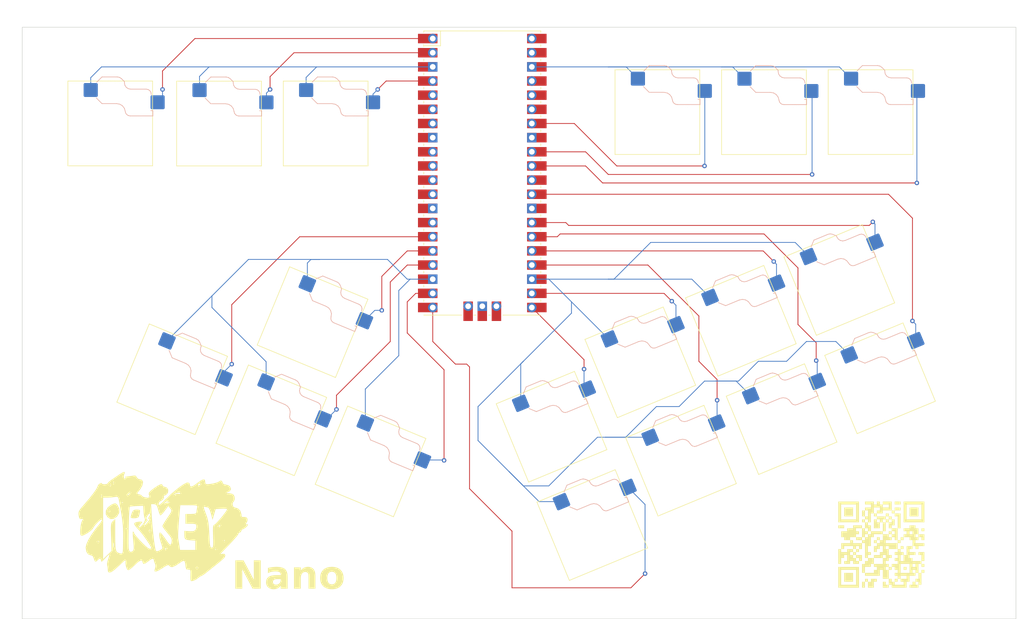
<source format=kicad_pcb>
(kicad_pcb (version 20221018) (generator pcbnew)
  (layers (0 "F.Cu" signal) (31 "B.Cu" signal) (34 "B.Paste" user) (35 "F.Paste" user) (36 "B.SilkS" user "B.Silkscreen") (37 "F.SilkS" user "F.Silkscreen") (38 "B.Mask" user) (39 "F.Mask" user) (44 "Edge.Cuts" user))
  (net 0 "")
  (footprint "PCM_Switch_Keyboard_Hotswap_Kailh:SW_Hotswap_Kailh_Choc_V1V2_1.00u" (layer "F.Cu") (at 159.18581 51.298)
    (fp_text reference "" hide)
    (fp_text value "KailhChocV1V2-Hotswap" hide)
    (pad "" np_thru_hole circle (at -5.5 0) (size 1.9 1.9) (drill 1.9) (layers "F&B.Cu" "*.Mask"))
    (pad "" np_thru_hole circle (at -5 5.15) (size 1.6 1.6) (drill 1.6) (layers "F&B.Cu" "*.Mask"))
    (pad "" np_thru_hole circle (at 0 -5.9) (size 3.05 3.05) (drill 3.05) (layers "F&B.Cu" "*.Mask"))
    (pad "" np_thru_hole circle (at 0 0) (size 5.05 5.05) (drill 5.05) (layers "F&B.Cu" "*.Mask"))
    (pad "" np_thru_hole circle (at 5 -3.8) (size 3.05 3.05) (drill 3.05) (layers "F&B.Cu" "*.Mask"))
    (pad "" np_thru_hole circle (at 5.5 0) (size 1.9 1.9) (drill 1.9) (layers "F&B.Cu" "*.Mask"))
    (pad "1" smd roundrect (at -3.5 -6) (size 2.55 2.5) (layers "B.Cu" "B.Paste" "B.Mask") (roundrect_rratio 0.1))
    (pad "2" smd roundrect (at 8.5 -3.8) (size 2.55 2.5) (layers "B.Cu" "B.Paste" "B.Mask") (roundrect_rratio 0.1))
  )
  (footprint "MCU_RaspberryPi_and_Boards:RPi_Pico_SMD_TH" (layer "F.Cu") (at 127.762 62.23)
    (fp_text reference "" hide)
    (fp_text value "RPi_Pico_SMD_TH")
    (pad "" np_thru_hole oval (at -2.725 -24) (size 1.8 1.8) (drill 1.8) (layers "*.Cu" "*.Mask"))
    (pad "" np_thru_hole oval (at -2.425 -20.97) (size 1.5 1.5) (drill 1.5) (layers "*.Cu" "*.Mask"))
    (pad "" np_thru_hole oval (at 2.425 -20.97) (size 1.5 1.5) (drill 1.5) (layers "*.Cu" "*.Mask"))
    (pad "" np_thru_hole oval (at 2.725 -24) (size 1.8 1.8) (drill 1.8) (layers "*.Cu" "*.Mask"))
    (pad "1" thru_hole oval (at -8.89 -24.13) (size 1.7 1.7) (drill 1.02) (layers "*.Cu" "*.Mask"))
    (pad "1" smd rect (at -8.89 -24.13) (size 3.5 1.7) (drill (offset -0.9 0)) (layers "F.Cu" "F.Mask"))
    (pad "2" thru_hole oval (at -8.89 -21.59) (size 1.7 1.7) (drill 1.02) (layers "*.Cu" "*.Mask"))
    (pad "2" smd rect (at -8.89 -21.59) (size 3.5 1.7) (drill (offset -0.9 0)) (layers "F.Cu" "F.Mask"))
    (pad "3" thru_hole rect (at -8.89 -19.05) (size 1.7 1.7) (drill 1.02) (layers "*.Cu" "*.Mask"))
    (pad "3" smd rect (at -8.89 -19.05) (size 3.5 1.7) (drill (offset -0.9 0)) (layers "F.Cu" "F.Mask"))
    (pad "4" thru_hole oval (at -8.89 -16.51) (size 1.7 1.7) (drill 1.02) (layers "*.Cu" "*.Mask"))
    (pad "4" smd rect (at -8.89 -16.51) (size 3.5 1.7) (drill (offset -0.9 0)) (layers "F.Cu" "F.Mask"))
    (pad "5" thru_hole oval (at -8.89 -13.97) (size 1.7 1.7) (drill 1.02) (layers "*.Cu" "*.Mask"))
    (pad "5" smd rect (at -8.89 -13.97) (size 3.5 1.7) (drill (offset -0.9 0)) (layers "F.Cu" "F.Mask"))
    (pad "6" thru_hole oval (at -8.89 -11.43) (size 1.7 1.7) (drill 1.02) (layers "*.Cu" "*.Mask"))
    (pad "6" smd rect (at -8.89 -11.43) (size 3.5 1.7) (drill (offset -0.9 0)) (layers "F.Cu" "F.Mask"))
    (pad "7" thru_hole oval (at -8.89 -8.89) (size 1.7 1.7) (drill 1.02) (layers "*.Cu" "*.Mask"))
    (pad "7" smd rect (at -8.89 -8.89) (size 3.5 1.7) (drill (offset -0.9 0)) (layers "F.Cu" "F.Mask"))
    (pad "8" thru_hole rect (at -8.89 -6.35) (size 1.7 1.7) (drill 1.02) (layers "*.Cu" "*.Mask"))
    (pad "8" smd rect (at -8.89 -6.35) (size 3.5 1.7) (drill (offset -0.9 0)) (layers "F.Cu" "F.Mask"))
    (pad "9" thru_hole oval (at -8.89 -3.81) (size 1.7 1.7) (drill 1.02) (layers "*.Cu" "*.Mask"))
    (pad "9" smd rect (at -8.89 -3.81) (size 3.5 1.7) (drill (offset -0.9 0)) (layers "F.Cu" "F.Mask"))
    (pad "10" thru_hole oval (at -8.89 -1.27) (size 1.7 1.7) (drill 1.02) (layers "*.Cu" "*.Mask"))
    (pad "10" smd rect (at -8.89 -1.27) (size 3.5 1.7) (drill (offset -0.9 0)) (layers "F.Cu" "F.Mask"))
    (pad "11" thru_hole oval (at -8.89 1.27) (size 1.7 1.7) (drill 1.02) (layers "*.Cu" "*.Mask"))
    (pad "11" smd rect (at -8.89 1.27) (size 3.5 1.7) (drill (offset -0.9 0)) (layers "F.Cu" "F.Mask"))
    (pad "12" thru_hole oval (at -8.89 3.81) (size 1.7 1.7) (drill 1.02) (layers "*.Cu" "*.Mask"))
    (pad "12" smd rect (at -8.89 3.81) (size 3.5 1.7) (drill (offset -0.9 0)) (layers "F.Cu" "F.Mask"))
    (pad "13" thru_hole rect (at -8.89 6.35) (size 1.7 1.7) (drill 1.02) (layers "*.Cu" "*.Mask"))
    (pad "13" smd rect (at -8.89 6.35) (size 3.5 1.7) (drill (offset -0.9 0)) (layers "F.Cu" "F.Mask"))
    (pad "14" thru_hole oval (at -8.89 8.89) (size 1.7 1.7) (drill 1.02) (layers "*.Cu" "*.Mask"))
    (pad "14" smd rect (at -8.89 8.89) (size 3.5 1.7) (drill (offset -0.9 0)) (layers "F.Cu" "F.Mask"))
    (pad "15" thru_hole oval (at -8.89 11.43) (size 1.7 1.7) (drill 1.02) (layers "*.Cu" "*.Mask"))
    (pad "15" smd rect (at -8.89 11.43) (size 3.5 1.7) (drill (offset -0.9 0)) (layers "F.Cu" "F.Mask"))
    (pad "16" thru_hole oval (at -8.89 13.97) (size 1.7 1.7) (drill 1.02) (layers "*.Cu" "*.Mask"))
    (pad "16" smd rect (at -8.89 13.97) (size 3.5 1.7) (drill (offset -0.9 0)) (layers "F.Cu" "F.Mask"))
    (pad "17" thru_hole oval (at -8.89 16.51) (size 1.7 1.7) (drill 1.02) (layers "*.Cu" "*.Mask"))
    (pad "17" smd rect (at -8.89 16.51) (size 3.5 1.7) (drill (offset -0.9 0)) (layers "F.Cu" "F.Mask"))
    (pad "18" thru_hole rect (at -8.89 19.05) (size 1.7 1.7) (drill 1.02) (layers "*.Cu" "*.Mask"))
    (pad "18" smd rect (at -8.89 19.05) (size 3.5 1.7) (drill (offset -0.9 0)) (layers "F.Cu" "F.Mask"))
    (pad "19" thru_hole oval (at -8.89 21.59) (size 1.7 1.7) (drill 1.02) (layers "*.Cu" "*.Mask"))
    (pad "19" smd rect (at -8.89 21.59) (size 3.5 1.7) (drill (offset -0.9 0)) (layers "F.Cu" "F.Mask"))
    (pad "20" thru_hole oval (at -8.89 24.13) (size 1.7 1.7) (drill 1.02) (layers "*.Cu" "*.Mask"))
    (pad "20" smd rect (at -8.89 24.13) (size 3.5 1.7) (drill (offset -0.9 0)) (layers "F.Cu" "F.Mask"))
    (pad "21" thru_hole oval (at 8.89 24.13) (size 1.7 1.7) (drill 1.02) (layers "*.Cu" "*.Mask"))
    (pad "21" smd rect (at 8.89 24.13) (size 3.5 1.7) (drill (offset 0.9 0)) (layers "F.Cu" "F.Mask"))
    (pad "22" thru_hole oval (at 8.89 21.59) (size 1.7 1.7) (drill 1.02) (layers "*.Cu" "*.Mask"))
    (pad "22" smd rect (at 8.89 21.59) (size 3.5 1.7) (drill (offset 0.9 0)) (layers "F.Cu" "F.Mask"))
    (pad "23" thru_hole rect (at 8.89 19.05) (size 1.7 1.7) (drill 1.02) (layers "*.Cu" "*.Mask"))
    (pad "23" smd rect (at 8.89 19.05) (size 3.5 1.7) (drill (offset 0.9 0)) (layers "F.Cu" "F.Mask"))
    (pad "24" thru_hole oval (at 8.89 16.51) (size 1.7 1.7) (drill 1.02) (layers "*.Cu" "*.Mask"))
    (pad "24" smd rect (at 8.89 16.51) (size 3.5 1.7) (drill (offset 0.9 0)) (layers "F.Cu" "F.Mask"))
    (pad "25" thru_hole oval (at 8.89 13.97) (size 1.7 1.7) (drill 1.02) (layers "*.Cu" "*.Mask"))
    (pad "25" smd rect (at 8.89 13.97) (size 3.5 1.7) (drill (offset 0.9 0)) (layers "F.Cu" "F.Mask"))
    (pad "26" thru_hole oval (at 8.89 11.43) (size 1.7 1.7) (drill 1.02) (layers "*.Cu" "*.Mask"))
    (pad "26" smd rect (at 8.89 11.43) (size 3.5 1.7) (drill (offset 0.9 0)) (layers "F.Cu" "F.Mask"))
    (pad "27" thru_hole oval (at 8.89 8.89) (size 1.7 1.7) (drill 1.02) (layers "*.Cu" "*.Mask"))
    (pad "27" smd rect (at 8.89 8.89) (size 3.5 1.7) (drill (offset 0.9 0)) (layers "F.Cu" "F.Mask"))
    (pad "28" thru_hole rect (at 8.89 6.35) (size 1.7 1.7) (drill 1.02) (layers "*.Cu" "*.Mask"))
    (pad "28" smd rect (at 8.89 6.35) (size 3.5 1.7) (drill (offset 0.9 0)) (layers "F.Cu" "F.Mask"))
    (pad "29" thru_hole oval (at 8.89 3.81) (size 1.7 1.7) (drill 1.02) (layers "*.Cu" "*.Mask"))
    (pad "29" smd rect (at 8.89 3.81) (size 3.5 1.7) (drill (offset 0.9 0)) (layers "F.Cu" "F.Mask"))
    (pad "30" thru_hole oval (at 8.89 1.27) (size 1.7 1.7) (drill 1.02) (layers "*.Cu" "*.Mask"))
    (pad "30" smd rect (at 8.89 1.27) (size 3.5 1.7) (drill (offset 0.9 0)) (layers "F.Cu" "F.Mask"))
    (pad "31" thru_hole oval (at 8.89 -1.27) (size 1.7 1.7) (drill 1.02) (layers "*.Cu" "*.Mask"))
    (pad "31" smd rect (at 8.89 -1.27) (size 3.5 1.7) (drill (offset 0.9 0)) (layers "F.Cu" "F.Mask"))
    (pad "32" thru_hole oval (at 8.89 -3.81) (size 1.7 1.7) (drill 1.02) (layers "*.Cu" "*.Mask"))
    (pad "32" smd rect (at 8.89 -3.81) (size 3.5 1.7) (drill (offset 0.9 0)) (layers "F.Cu" "F.Mask"))
    (pad "33" thru_hole rect (at 8.89 -6.35) (size 1.7 1.7) (drill 1.02) (layers "*.Cu" "*.Mask"))
    (pad "33" smd rect (at 8.89 -6.35) (size 3.5 1.7) (drill (offset 0.9 0)) (layers "F.Cu" "F.Mask"))
    (pad "34" thru_hole oval (at 8.89 -8.89) (size 1.7 1.7) (drill 1.02) (layers "*.Cu" "*.Mask"))
    (pad "34" smd rect (at 8.89 -8.89) (size 3.5 1.7) (drill (offset 0.9 0)) (layers "F.Cu" "F.Mask"))
    (pad "35" thru_hole oval (at 8.89 -11.43) (size 1.7 1.7) (drill 1.02) (layers "*.Cu" "*.Mask"))
    (pad "35" smd rect (at 8.89 -11.43) (size 3.5 1.7) (drill (offset 0.9 0)) (layers "F.Cu" "F.Mask"))
    (pad "36" thru_hole oval (at 8.89 -13.97) (size 1.7 1.7) (drill 1.02) (layers "*.Cu" "*.Mask"))
    (pad "36" smd rect (at 8.89 -13.97) (size 3.5 1.7) (drill (offset 0.9 0)) (layers "F.Cu" "F.Mask"))
    (pad "37" thru_hole oval (at 8.89 -16.51) (size 1.7 1.7) (drill 1.02) (layers "*.Cu" "*.Mask"))
    (pad "37" smd rect (at 8.89 -16.51) (size 3.5 1.7) (drill (offset 0.9 0)) (layers "F.Cu" "F.Mask"))
    (pad "38" thru_hole rect (at 8.89 -19.05) (size 1.7 1.7) (drill 1.02) (layers "*.Cu" "*.Mask"))
    (pad "38" smd rect (at 8.89 -19.05) (size 3.5 1.7) (drill (offset 0.9 0)) (layers "F.Cu" "F.Mask"))
    (pad "39" thru_hole oval (at 8.89 -21.59) (size 1.7 1.7) (drill 1.02) (layers "*.Cu" "*.Mask"))
    (pad "39" smd rect (at 8.89 -21.59) (size 3.5 1.7) (drill (offset 0.9 0)) (layers "F.Cu" "F.Mask"))
    (pad "40" thru_hole oval (at 8.89 -24.13) (size 1.7 1.7) (drill 1.02) (layers "*.Cu" "*.Mask"))
    (pad "40" smd rect (at 8.89 -24.13) (size 3.5 1.7) (drill (offset 0.9 0)) (layers "F.Cu" "F.Mask"))
    (pad "41" thru_hole oval (at -2.54 23.9) (size 1.7 1.7) (drill 1.02) (layers "*.Cu" "*.Mask"))
    (pad "41" smd rect (at -2.54 23.9 90) (size 3.5 1.7) (drill (offset -0.9 0)) (layers "F.Cu" "F.Mask"))
    (pad "42" thru_hole rect (at 0 23.9) (size 1.7 1.7) (drill 1.02) (layers "*.Cu" "*.Mask"))
    (pad "42" smd rect (at 0 23.9 90) (size 3.5 1.7) (drill (offset -0.9 0)) (layers "F.Cu" "F.Mask"))
    (pad "43" thru_hole oval (at 2.54 23.9) (size 1.7 1.7) (drill 1.02) (layers "*.Cu" "*.Mask"))
    (pad "43" smd rect (at 2.54 23.9 90) (size 3.5 1.7) (drill (offset -0.9 0)) (layers "F.Cu" "F.Mask"))
  )
  (footprint "MountingHole:MountingHole_3.5mm" (layer "F.Cu") (at 49.276 41.148)
    (fp_text reference "" hide)
    (fp_text value "MountingHole_3.5mm")
    (pad "" np_thru_hole circle (at 0 0) (size 3.5 3.5) (drill 3.5) (layers "*.Cu" "*.Mask"))
  )
  (footprint "PCM_Switch_Keyboard_Hotswap_Kailh:SW_Hotswap_Kailh_Choc_V1V2_1.00u" (layer "F.Cu") (at 89.914663 106.607241 -22.5)
    (fp_text reference "" hide)
    (fp_text value "")
    (pad "" np_thru_hole circle (at -5.5 0 337.5) (size 1.9 1.9) (drill 1.9) (layers "F&B.Cu" "*.Mask"))
    (pad "" np_thru_hole circle (at -5 5.15 337.5) (size 1.6 1.6) (drill 1.6) (layers "F&B.Cu" "*.Mask"))
    (pad "" np_thru_hole circle (at 0 -5.9 337.5) (size 3.05 3.05) (drill 3.05) (layers "F&B.Cu" "*.Mask"))
    (pad "" np_thru_hole circle (at 0 0 337.5) (size 5.05 5.05) (drill 5.05) (layers "F&B.Cu" "*.Mask"))
    (pad "" np_thru_hole circle (at 5 -3.8 337.5) (size 3.05 3.05) (drill 3.05) (layers "F&B.Cu" "*.Mask"))
    (pad "" np_thru_hole circle (at 5.5 0 337.5) (size 1.9 1.9) (drill 1.9) (layers "F&B.Cu" "*.Mask"))
    (pad "1" smd roundrect (at -3.5 -6 337.5) (size 2.55 2.5) (layers "B.Cu" "B.Paste" "B.Mask") (roundrect_rratio 0.1))
    (pad "2" smd roundrect (at 8.5 -3.8 337.5) (size 2.55 2.5) (layers "B.Cu" "B.Paste" "B.Mask") (roundrect_rratio 0.1))
  )
  (footprint "MountingHole:MountingHole_3.5mm" (layer "F.Cu") (at 51.308 135.636)
    (fp_text reference "REF**" hide)
    (fp_text value "MountingHole_3.5mm")
    (pad "" np_thru_hole circle (at 0 0) (size 3.5 3.5) (drill 3.5) (layers "*.Cu" "*.Mask"))
  )
  (footprint "PCM_Switch_Keyboard_Hotswap_Kailh:SW_Hotswap_Kailh_Choc_V1V2_1.00u" (layer "F.Cu") (at 147.499249 125.39734 22.5)
    (fp_text reference "" hide)
    (fp_text value "")
    (pad "" np_thru_hole circle (at -5.5 0 22.5) (size 1.9 1.9) (drill 1.9) (layers "F&B.Cu" "*.Mask"))
    (pad "" np_thru_hole circle (at -5 5.15 22.5) (size 1.6 1.6) (drill 1.6) (layers "F&B.Cu" "*.Mask"))
    (pad "" np_thru_hole circle (at 0 -5.9 22.5) (size 3.05 3.05) (drill 3.05) (layers "F&B.Cu" "*.Mask"))
    (pad "" np_thru_hole circle (at 0 0 22.5) (size 5.05 5.05) (drill 5.05) (layers "F&B.Cu" "*.Mask"))
    (pad "" np_thru_hole circle (at 5 -3.8 22.5) (size 3.05 3.05) (drill 3.05) (layers "F&B.Cu" "*.Mask"))
    (pad "" np_thru_hole circle (at 5.5 0 22.5) (size 1.9 1.9) (drill 1.9) (layers "F&B.Cu" "*.Mask"))
    (pad "1" smd roundrect (at -3.5 -6 22.5) (size 2.55 2.5) (layers "B.Cu" "B.Paste" "B.Mask") (roundrect_rratio 0.1))
    (pad "2" smd roundrect (at 8.5 -3.8 22.5) (size 2.55 2.5) (layers "B.Cu" "B.Paste" "B.Mask") (roundrect_rratio 0.1))
  )
  (footprint "PCM_Switch_Keyboard_Hotswap_Kailh:SW_Hotswap_Kailh_Choc_V1V2_1.00u" (layer "F.Cu") (at 97.308663 88.986504 -22.5)
    (fp_text reference "" hide)
    (fp_text value "")
    (pad "" np_thru_hole circle (at -5.5 0 337.5) (size 1.9 1.9) (drill 1.9) (layers "F&B.Cu" "*.Mask"))
    (pad "" np_thru_hole circle (at -5 5.15 337.5) (size 1.6 1.6) (drill 1.6) (layers "F&B.Cu" "*.Mask"))
    (pad "" np_thru_hole circle (at 0 -5.9 337.5) (size 3.05 3.05) (drill 3.05) (layers "F&B.Cu" "*.Mask"))
    (pad "" np_thru_hole circle (at 0 0 337.5) (size 5.05 5.05) (drill 5.05) (layers "F&B.Cu" "*.Mask"))
    (pad "" np_thru_hole circle (at 5 -3.8 337.5) (size 3.05 3.05) (drill 3.05) (layers "F&B.Cu" "*.Mask"))
    (pad "" np_thru_hole circle (at 5.5 0 337.5) (size 1.9 1.9) (drill 1.9) (layers "F&B.Cu" "*.Mask"))
    (pad "1" smd roundrect (at -3.5 -6 337.5) (size 2.55 2.5) (layers "B.Cu" "B.Paste" "B.Mask") (roundrect_rratio 0.1))
    (pad "2" smd roundrect (at 8.5 -3.8 337.5) (size 2.55 2.5) (layers "B.Cu" "B.Paste" "B.Mask") (roundrect_rratio 0.1))
  )
  (footprint "MountingHole:MountingHole_3.5mm" (layer "F.Cu") (at 215.9 136.144)
    (fp_text reference "REF**" hide)
    (fp_text value "MountingHole_3.5mm")
    (pad "" np_thru_hole circle (at 0 0) (size 3.5 3.5) (drill 3.5) (layers "*.Cu" "*.Mask"))
  )
  (footprint "PCM_Switch_Keyboard_Hotswap_Kailh:SW_Hotswap_Kailh_Choc_V1V2_1.00u" (layer "F.Cu") (at 99.656 53.34)
    (fp_text reference "" hide)
    (fp_text value "")
    (pad "" np_thru_hole circle (at -5.5 0) (size 1.9 1.9) (drill 1.9) (layers "F&B.Cu" "*.Mask"))
    (pad "" np_thru_hole circle (at -5 5.15) (size 1.6 1.6) (drill 1.6) (layers "F&B.Cu" "*.Mask"))
    (pad "" np_thru_hole circle (at 0 -5.9) (size 3.05 3.05) (drill 3.05) (layers "F&B.Cu" "*.Mask"))
    (pad "" np_thru_hole circle (at 0 0) (size 5.05 5.05) (drill 5.05) (layers "F&B.Cu" "*.Mask"))
    (pad "" np_thru_hole circle (at 5 -3.8) (size 3.05 3.05) (drill 3.05) (layers "F&B.Cu" "*.Mask"))
    (pad "" np_thru_hole circle (at 5.5 0) (size 1.9 1.9) (drill 1.9) (layers "F&B.Cu" "*.Mask"))
    (pad "1" smd roundrect (at -3.5 -6) (size 2.55 2.5) (layers "B.Cu" "B.Paste" "B.Mask") (roundrect_rratio 0.1))
    (pad "2" smd roundrect (at 8.5 -3.8) (size 2.55 2.5) (layers "B.Cu" "B.Paste" "B.Mask") (roundrect_rratio 0.1))
  )
  (footprint "PCM_Switch_Keyboard_Hotswap_Kailh:SW_Hotswap_Kailh_Choc_V1V2_1.00u" (layer "F.Cu") (at 181.466011 106.389973 22.5)
    (fp_text reference "" hide)
    (fp_text value "")
    (pad "" np_thru_hole circle (at -5.5 0 22.5) (size 1.9 1.9) (drill 1.9) (layers "F&B.Cu" "*.Mask"))
    (pad "" np_thru_hole circle (at -5 5.15 22.5) (size 1.6 1.6) (drill 1.6) (layers "F&B.Cu" "*.Mask"))
    (pad "" np_thru_hole circle (at 0 -5.9 22.5) (size 3.05 3.05) (drill 3.05) (layers "F&B.Cu" "*.Mask"))
    (pad "" np_thru_hole circle (at 0 0 22.5) (size 5.05 5.05) (drill 5.05) (layers "F&B.Cu" "*.Mask"))
    (pad "" np_thru_hole circle (at 5 -3.8 22.5) (size 3.05 3.05) (drill 3.05) (layers "F&B.Cu" "*.Mask"))
    (pad "" np_thru_hole circle (at 5.5 0 22.5) (size 1.9 1.9) (drill 1.9) (layers "F&B.Cu" "*.Mask"))
    (pad "1" smd roundrect (at -3.5 -6 22.5) (size 2.55 2.5) (layers "B.Cu" "B.Paste" "B.Mask") (roundrect_rratio 0.1))
    (pad "2" smd roundrect (at 8.5 -3.8 22.5) (size 2.55 2.5) (layers "B.Cu" "B.Paste" "B.Mask") (roundrect_rratio 0.1))
  )
  (footprint "PCM_Switch_Keyboard_Hotswap_Kailh:SW_Hotswap_Kailh_Choc_V1V2_1.00u" (layer "F.Cu") (at 199.136 99.06 22.5)
    (fp_text reference "" hide)
    (fp_text value "")
    (pad "" np_thru_hole circle (at -5.5 0 22.5) (size 1.9 1.9) (drill 1.9) (layers "F&B.Cu" "*.Mask"))
    (pad "" np_thru_hole circle (at -5 5.15 22.5) (size 1.6 1.6) (drill 1.6) (layers "F&B.Cu" "*.Mask"))
    (pad "" np_thru_hole circle (at 0 -5.9 22.5) (size 3.05 3.05) (drill 3.05) (layers "F&B.Cu" "*.Mask"))
    (pad "" np_thru_hole circle (at 0 0 22.5) (size 5.05 5.05) (drill 5.05) (layers "F&B.Cu" "*.Mask"))
    (pad "" np_thru_hole circle (at 5 -3.8 22.5) (size 3.05 3.05) (drill 3.05) (layers "F&B.Cu" "*.Mask"))
    (pad "" np_thru_hole circle (at 5.5 0 22.5) (size 1.9 1.9) (drill 1.9) (layers "F&B.Cu" "*.Mask"))
    (pad "1" smd roundrect (at -3.5 -6 22.5) (size 2.55 2.5) (layers "B.Cu" "B.Paste" "B.Mask") (roundrect_rratio 0.1))
    (pad "2" smd roundrect (at 8.5 -3.8 22.5) (size 2.55 2.5) (layers "B.Cu" "B.Paste" "B.Mask") (roundrect_rratio 0.1))
  )
  (footprint "LOGO" (layer "F.Cu") (at 199.363212 128.905814)
    (fp_text reference "" hide)
    (fp_text value "" hide)
  )
  (footprint "PCM_Switch_Keyboard_Hotswap_Kailh:SW_Hotswap_Kailh_Choc_V1V2_1.00u" (layer "F.Cu") (at 72.117973 99.235613 -22.5)
    (fp_text reference "" hide)
    (fp_text value "")
    (pad "" np_thru_hole circle (at -5.5 0 337.5) (size 1.9 1.9) (drill 1.9) (layers "F&B.Cu" "*.Mask"))
    (pad "" np_thru_hole circle (at -5 5.15 337.5) (size 1.6 1.6) (drill 1.6) (layers "F&B.Cu" "*.Mask"))
    (pad "" np_thru_hole circle (at 0 -5.9 337.5) (size 3.05 3.05) (drill 3.05) (layers "F&B.Cu" "*.Mask"))
    (pad "" np_thru_hole circle (at 0 0 337.5) (size 5.05 5.05) (drill 5.05) (layers "F&B.Cu" "*.Mask"))
    (pad "" np_thru_hole circle (at 5 -3.8 337.5) (size 3.05 3.05) (drill 3.05) (layers "F&B.Cu" "*.Mask"))
    (pad "" np_thru_hole circle (at 5.5 0 337.5) (size 1.9 1.9) (drill 1.9) (layers "F&B.Cu" "*.Mask"))
    (pad "1" smd roundrect (at -3.5 -6 337.5) (size 2.55 2.5) (layers "B.Cu" "B.Paste" "B.Mask") (roundrect_rratio 0.1))
    (pad "2" smd roundrect (at 8.5 -3.8 337.5) (size 2.55 2.5) (layers "B.Cu" "B.Paste" "B.Mask") (roundrect_rratio 0.1))
  )
  (footprint "PCM_Switch_Keyboard_Hotswap_Kailh:SW_Hotswap_Kailh_Choc_V1V2_1.00u" (layer "F.Cu") (at 156.111122 96.199137 22.5)
    (fp_text reference "" hide)
    (fp_text value "")
    (pad "" np_thru_hole circle (at -5.5 0 22.5) (size 1.9 1.9) (drill 1.9) (layers "*.Cu" "*.Mask"))
    (pad "" np_thru_hole circle (at -5 5.15 22.5) (size 1.6 1.6) (drill 1.6) (layers "*.Cu" "*.Mask"))
    (pad "" np_thru_hole circle (at 0 -5.9 22.5) (size 3.05 3.05) (drill 3.05) (layers "*.Cu" "*.Mask"))
    (pad "" np_thru_hole circle (at 0 0 22.5) (size 5.05 5.05) (drill 5.05) (layers "*.Cu" "*.Mask"))
    (pad "" np_thru_hole circle (at 5 -3.8 22.5) (size 3.05 3.05) (drill 3.05) (layers "*.Cu" "*.Mask"))
    (pad "" np_thru_hole circle (at 5.5 0 22.5) (size 1.9 1.9) (drill 1.9) (layers "*.Cu" "*.Mask"))
    (pad "1" smd roundrect (at -3.5 -6 22.5) (size 2.55 2.5) (layers "B.Cu" "B.Paste" "B.Mask") (roundrect_rratio 0.1))
    (pad "2" smd roundrect (at 8.5 -3.8 22.5) (size 2.55 2.5) (layers "B.Cu" "B.Paste" "B.Mask") (roundrect_rratio 0.1))
  )
  (footprint "PCM_Switch_Keyboard_Hotswap_Kailh:SW_Hotswap_Kailh_Choc_V1V2_1.00u" (layer "F.Cu") (at 107.711827 113.97774 -22.5)
    (fp_text reference "" hide)
    (fp_text value "")
    (pad "" np_thru_hole circle (at -5.5 0 337.5) (size 1.9 1.9) (drill 1.9) (layers "F&B.Cu" "*.Mask"))
    (pad "" np_thru_hole circle (at -5 5.15 337.5) (size 1.6 1.6) (drill 1.6) (layers "F&B.Cu" "*.Mask"))
    (pad "" np_thru_hole circle (at 0 -5.9 337.5) (size 3.05 3.05) (drill 3.05) (layers "F&B.Cu" "*.Mask"))
    (pad "" np_thru_hole circle (at 0 0 337.5) (size 5.05 5.05) (drill 5.05) (layers "F&B.Cu" "*.Mask"))
    (pad "" np_thru_hole circle (at 5 -3.8 337.5) (size 3.05 3.05) (drill 3.05) (layers "F&B.Cu" "*.Mask"))
    (pad "" np_thru_hole circle (at 5.5 0 337.5) (size 1.9 1.9) (drill 1.9) (layers "F&B.Cu" "*.Mask"))
    (pad "1" smd roundrect (at -3.5 -6 337.5) (size 2.55 2.5) (layers "B.Cu" "B.Paste" "B.Mask") (roundrect_rratio 0.1))
    (pad "2" smd roundrect (at 8.5 -3.8 337.5) (size 2.55 2.5) (layers "B.Cu" "B.Paste" "B.Mask") (roundrect_rratio 0.1))
  )
  (footprint "MountingHole:MountingHole_3.5mm" (layer "F.Cu") (at 216.916 41.148)
    (fp_text reference "REF**" hide)
    (fp_text value "MountingHole_3.5mm")
    (pad "" np_thru_hole circle (at 0 0) (size 3.5 3.5) (drill 3.5) (layers "*.Cu" "*.Mask"))
  )
  (footprint "PCM_Switch_Keyboard_Hotswap_Kailh:SW_Hotswap_Kailh_Choc_V1V2_1.00u" (layer "F.Cu") (at 191.827512 81.41575 22.5)
    (fp_text reference "" hide)
    (fp_text value "")
    (pad "" np_thru_hole circle (at -5.5 0 22.5) (size 1.9 1.9) (drill 1.9) (layers "F&B.Cu" "*.Mask"))
    (pad "" np_thru_hole circle (at -5 5.15 22.5) (size 1.6 1.6) (drill 1.6) (layers "F&B.Cu" "*.Mask"))
    (pad "" np_thru_hole circle (at 0 -5.9 22.5) (size 3.05 3.05) (drill 3.05) (layers "F&B.Cu" "*.Mask"))
    (pad "" np_thru_hole circle (at 0 0 22.5) (size 5.05 5.05) (drill 5.05) (layers "F&B.Cu" "*.Mask"))
    (pad "" np_thru_hole circle (at 5 -3.8 22.5) (size 3.05 3.05) (drill 3.05) (layers "F&B.Cu" "*.Mask"))
    (pad "" np_thru_hole circle (at 5.5 0 22.5) (size 1.9 1.9) (drill 1.9) (layers "F&B.Cu" "*.Mask"))
    (pad "1" smd roundrect (at -3.5 -6 22.5) (size 2.55 2.5) (layers "B.Cu" "B.Paste" "B.Mask") (roundrect_rratio 0.1))
    (pad "2" smd roundrect (at 8.5 -3.8 22.5) (size 2.55 2.5) (layers "B.Cu" "B.Paste" "B.Mask") (roundrect_rratio 0.1))
  )
  (footprint "PCM_Switch_Keyboard_Hotswap_Kailh:SW_Hotswap_Kailh_Choc_V1V2_1.00u" (layer "F.Cu") (at 178.308 51.308)
    (fp_text reference "" hide)
    (fp_text value "")
    (pad "" np_thru_hole circle (at -5.5 0) (size 1.9 1.9) (drill 1.9) (layers "F&B.Cu" "*.Mask"))
    (pad "" np_thru_hole circle (at -5 5.15) (size 1.6 1.6) (drill 1.6) (layers "F&B.Cu" "*.Mask"))
    (pad "" np_thru_hole circle (at 0 -5.9) (size 3.05 3.05) (drill 3.05) (layers "F&B.Cu" "*.Mask"))
    (pad "" np_thru_hole circle (at 0 0) (size 5.05 5.05) (drill 5.05) (layers "F&B.Cu" "*.Mask"))
    (pad "" np_thru_hole circle (at 5 -3.8) (size 3.05 3.05) (drill 3.05) (layers "F&B.Cu" "*.Mask"))
    (pad "" np_thru_hole circle (at 5.5 0) (size 1.9 1.9) (drill 1.9) (layers "F&B.Cu" "*.Mask"))
    (pad "1" smd roundrect (at -3.5 -6) (size 2.55 2.5) (layers "B.Cu" "B.Paste" "B.Mask") (roundrect_rratio 0.1))
    (pad "2" smd roundrect (at 8.5 -3.8) (size 2.55 2.5) (layers "B.Cu" "B.Paste" "B.Mask") (roundrect_rratio 0.1))
  )
  (footprint "PCM_Switch_Keyboard_Hotswap_Kailh:SW_Hotswap_Kailh_Choc_V1V2_1.00u" (layer "F.Cu") (at 163.419609 113.84339 22.5)
    (fp_text reference "" hide)
    (fp_text value "")
    (pad "" np_thru_hole circle (at -5.5 0 22.5) (size 1.9 1.9) (drill 1.9) (layers "F&B.Cu" "*.Mask"))
    (pad "" np_thru_hole circle (at -5 5.15 22.5) (size 1.6 1.6) (drill 1.6) (layers "F&B.Cu" "*.Mask"))
    (pad "" np_thru_hole circle (at 0 -5.9 22.5) (size 3.05 3.05) (drill 3.05) (layers "F&B.Cu" "*.Mask"))
    (pad "" np_thru_hole circle (at 0 0 22.5) (size 5.05 5.05) (drill 5.05) (layers "F&B.Cu" "*.Mask"))
    (pad "" np_thru_hole circle (at 5 -3.8 22.5) (size 3.05 3.05) (drill 3.05) (layers "F&B.Cu" "*.Mask"))
    (pad "" np_thru_hole circle (at 5.5 0 22.5) (size 1.9 1.9) (drill 1.9) (layers "F&B.Cu" "*.Mask"))
    (pad "1" smd roundrect (at -3.5 -6 22.5) (size 2.55 2.5) (layers "B.Cu" "B.Paste" "B.Mask") (roundrect_rratio 0.1))
    (pad "2" smd roundrect (at 8.5 -3.8 22.5) (size 2.55 2.5) (layers "B.Cu" "B.Paste" "B.Mask") (roundrect_rratio 0.1))
  )
  (footprint "PCM_Switch_Keyboard_Hotswap_Kailh:SW_Hotswap_Kailh_Choc_V1V2_1.00u" (layer "F.Cu") (at 80.526 53.35)
    (fp_text reference "" hide)
    (fp_text value "")
    (pad "" np_thru_hole circle (at -5.5 0) (size 1.9 1.9) (drill 1.9) (layers "F&B.Cu" "*.Mask"))
    (pad "" np_thru_hole circle (at -5 5.15) (size 1.6 1.6) (drill 1.6) (layers "F&B.Cu" "*.Mask"))
    (pad "" np_thru_hole circle (at 0 -5.9) (size 3.05 3.05) (drill 3.05) (layers "F&B.Cu" "*.Mask"))
    (pad "" np_thru_hole circle (at 0 0) (size 5.05 5.05) (drill 5.05) (layers "F&B.Cu" "*.Mask"))
    (pad "" np_thru_hole circle (at 5 -3.8) (size 3.05 3.05) (drill 3.05) (layers "F&B.Cu" "*.Mask"))
    (pad "" np_thru_hole circle (at 5.5 0) (size 1.9 1.9) (drill 1.9) (layers "F&B.Cu" "*.Mask"))
    (pad "1" smd roundrect (at -3.5 -6) (size 2.55 2.5) (layers "B.Cu" "B.Paste" "B.Mask") (roundrect_rratio 0.1))
    (pad "2" smd roundrect (at 8.5 -3.8) (size 2.55 2.5) (layers "B.Cu" "B.Paste" "B.Mask") (roundrect_rratio 0.1))
  )
  (footprint "LOGO" (layer "F.Cu") (at 72.136 124.968)
    (fp_text reference "" (at 0 0) (layer "F.SilkS") (effects (font (size 1.5 1.5) (thickness 0.3))))
    (fp_text value "" hide)
  )
  (footprint "PCM_Switch_Keyboard_Hotswap_Kailh:SW_Hotswap_Kailh_Choc_V1V2_1.00u" (layer "F.Cu") (at 197.438 51.298)
    (fp_text reference "" hide)
    (fp_text value "")
    (pad "" np_thru_hole circle (at -5.5 0) (size 1.9 1.9) (drill 1.9) (layers "F&B.Cu" "*.Mask"))
    (pad "" np_thru_hole circle (at -5 5.15) (size 1.6 1.6) (drill 1.6) (layers "F&B.Cu" "*.Mask"))
    (pad "" np_thru_hole circle (at 0 -5.9) (size 3.05 3.05) (drill 3.05) (layers "F&B.Cu" "*.Mask"))
    (pad "" np_thru_hole circle (at 0 0) (size 5.05 5.05) (drill 5.05) (layers "F&B.Cu" "*.Mask"))
    (pad "" np_thru_hole circle (at 5 -3.8) (size 3.05 3.05) (drill 3.05) (layers "F&B.Cu" "*.Mask"))
    (pad "" np_thru_hole circle (at 5.5 0) (size 1.9 1.9) (drill 1.9) (layers "F&B.Cu" "*.Mask"))
    (pad "1" smd roundrect (at -3.5 -6) (size 2.55 2.5) (layers "B.Cu" "B.Paste" "B.Mask") (roundrect_rratio 0.1))
    (pad "2" smd roundrect (at 8.5 -3.8) (size 2.55 2.5) (layers "B.Cu" "B.Paste" "B.Mask") (roundrect_rratio 0.1))
  )
  (footprint "PCM_Switch_Keyboard_Hotswap_Kailh:SW_Hotswap_Kailh_Choc_V1V2_1.00u" (layer "F.Cu") (at 174.15752 88.745724 22.5)
    (fp_text reference "" hide)
    (fp_text value "")
    (pad "" np_thru_hole circle (at -5.5 0 22.5) (size 1.9 1.9) (drill 1.9) (layers "F&B.Cu" "*.Mask"))
    (pad "" np_thru_hole circle (at -5 5.15 22.5) (size 1.6 1.6) (drill 1.6) (layers "F&B.Cu" "*.Mask"))
    (pad "" np_thru_hole circle (at 0 -5.9 22.5) (size 3.05 3.05) (drill 3.05) (layers "F&B.Cu" "*.Mask"))
    (pad "" np_thru_hole circle (at 0 0 22.5) (size 5.05 5.05) (drill 5.05) (layers "F&B.Cu" "*.Mask"))
    (pad "" np_thru_hole circle (at 5 -3.8 22.5) (size 3.05 3.05) (drill 3.05) (layers "F&B.Cu" "*.Mask"))
    (pad "" np_thru_hole circle (at 5.5 0 22.5) (size 1.9 1.9) (drill 1.9) (layers "F&B.Cu" "*.Mask"))
    (pad "1" smd roundrect (at -3.5 -6 22.5) (size 2.55 2.5) (layers "B.Cu" "B.Paste" "B.Mask") (roundrect_rratio 0.1))
    (pad "2" smd roundrect (at 8.5 -3.8 22.5) (size 2.55 2.5) (layers "B.Cu" "B.Paste" "B.Mask") (roundrect_rratio 0.1))
  )
  (footprint "PCM_Switch_Keyboard_Hotswap_Kailh:SW_Hotswap_Kailh_Choc_V1V2_1.00u" (layer "F.Cu") (at 61.001 53.33)
    (fp_text reference "" hide)
    (fp_text value "")
    (pad "" np_thru_hole circle (at -5.5 0) (size 1.9 1.9) (drill 1.9) (layers "F&B.Cu" "*.Mask"))
    (pad "" np_thru_hole circle (at -5 5.15) (size 1.6 1.6) (drill 1.6) (layers "F&B.Cu" "*.Mask"))
    (pad "" np_thru_hole circle (at 0 -5.9) (size 3.05 3.05) (drill 3.05) (layers "F&B.Cu" "*.Mask"))
    (pad "" np_thru_hole circle (at 0 0) (size 5.05 5.05) (drill 5.05) (layers "F&B.Cu" "*.Mask"))
    (pad "" np_thru_hole circle (at 5 -3.8) (size 3.05 3.05) (drill 3.05) (layers "F&B.Cu" "*.Mask"))
    (pad "" np_thru_hole circle (at 5.5 0) (size 1.9 1.9) (drill 1.9) (layers "F&B.Cu" "*.Mask"))
    (pad "1" smd roundrect (at -3.5 -6) (size 2.55 2.5) (layers "B.Cu" "B.Paste" "B.Mask") (roundrect_rratio 0.1))
    (pad "2" smd roundrect (at 8.5 -3.8) (size 2.55 2.5) (layers "B.Cu" "B.Paste" "B.Mask") (roundrect_rratio 0.1))
  )
  (footprint "PCM_Switch_Keyboard_Hotswap_Kailh:SW_Hotswap_Kailh_Choc_V1V2_1.00u" (layer "F.Cu") (at 140.190761 107.753088 22.5)
    (fp_text reference "" hide)
    (fp_text value "")
    (pad "" np_thru_hole circle (at -5.5 0 22.5) (size 1.9 1.9) (drill 1.9) (layers "*.Cu" "*.Mask"))
    (pad "" np_thru_hole circle (at -5 5.15 22.5) (size 1.6 1.6) (drill 1.6) (layers "*.Cu" "*.Mask"))
    (pad "" np_thru_hole circle (at 0 -5.9 22.5) (size 3.05 3.05) (drill 3.05) (layers "*.Cu" "*.Mask"))
    (pad "" np_thru_hole circle (at 0 0 22.5) (size 5.05 5.05) (drill 5.05) (layers "*.Cu" "*.Mask"))
    (pad "" np_thru_hole circle (at 5 -3.8 22.5) (size 3.05 3.05) (drill 3.05) (layers "*.Cu" "*.Mask"))
    (pad "" np_thru_hole circle (at 5.5 0 22.5) (size 1.9 1.9) (drill 1.9) (layers "*.Cu" "*.Mask"))
    (pad "1" smd roundrect (at -3.5 -6 22.5) (size 2.55 2.5) (layers "B.Cu" "B.Paste" "B.Mask") (roundrect_rratio 0.1))
    (pad "2" smd roundrect (at 8.5 -3.8 22.5) (size 2.55 2.5) (layers "B.Cu" "B.Paste" "B.Mask") (roundrect_rratio 0.1))
  )
  (gr_rect (start 45.212 36.068) (end 223.52 142.24) (stroke (width 0.1)) (fill none) (layer "Edge.Cuts"))
  (gr_text "Nano" (at 82.804 137.668) (layer "F.SilkS") (effects (font (size 5 5) (thickness 1) bold) (justify left bottom)))
  (segment (start 143.256 71.628) (end 142.748 71.12) (width 0.14) (layer "F.Cu") (net 0))
  (segment (start 166.624 96.012) (end 166.624 87.884) (width 0.14) (layer "F.Cu") (net 0))
  (segment (start 133.096 136.652) (end 133.096 126.492) (width 0.14) (layer "F.Cu") (net 0))
  (segment (start 205.74 64.008) (end 149.352 64.008) (width 0.14) (layer "F.Cu") (net 0))
  (segment (start 93.98 40.64) (end 118.872 40.64) (width 0.14) (layer "F.Cu") (net 0))
  (segment (start 141.224 73.66) (end 136.652 73.66) (width 0.14) (layer "F.Cu") (net 0))
  (segment (start 156.972 134.112) (end 154.432 136.652) (width 0.14) (layer "F.Cu") (net 0))
  (segment (start 94.996 73.66) (end 118.872 73.66) (width 0.14) (layer "F.Cu") (net 0))
  (segment (start 109.728 80.772) (end 114.3 76.2) (width 0.14) (layer "F.Cu") (net 0))
  (segment (start 141.732 73.152) (end 141.224 73.66) (width 0.14) (layer "F.Cu") (net 0))
  (segment (start 146.023212 97.409814) (end 146.023212 95.731212) (width 0.14) (layer "F.Cu") (net 0))
  (segment (start 178.308 73.152) (end 141.732 73.152) (width 0.14) (layer "F.Cu") (net 0))
  (segment (start 187.679212 95.885814) (end 187.679212 92.683212) (width 0.14) (layer "F.Cu") (net 0))
  (segment (start 125.476 118.872) (end 125.476 97.028) (width 0.14) (layer "F.Cu") (net 0))
  (segment (start 111.252 81.788) (end 114.3 78.74) (width 0.14) (layer "F.Cu") (net 0))
  (segment (start 184.404 89.408) (end 184.404 79.248) (width 0.14) (layer "F.Cu") (net 0))
  (segment (start 101.6 102.108) (end 111.252 92.456) (width 0.14) (layer "F.Cu") (net 0))
  (segment (start 109.728 86.868) (end 109.728 80.772) (width 0.14) (layer "F.Cu") (net 0))
  (segment (start 101.6 104.648) (end 101.6 102.108) (width 0.14) (layer "F.Cu") (net 0))
  (segment (start 178.153398 76.2) (end 136.652 76.2) (width 0.14) (layer "F.Cu") (net 0))
  (segment (start 82.804 85.852) (end 94.996 73.66) (width 0.14) (layer "F.Cu") (net 0))
  (segment (start 146.304 60.96) (end 136.652 60.96) (width 0.14) (layer "F.Cu") (net 0))
  (segment (start 166.624 87.884) (end 157.48 78.74) (width 0.14) (layer "F.Cu") (net 0))
  (segment (start 160.373398 83.82) (end 136.652 83.82) (width 0.14) (layer "F.Cu") (net 0))
  (segment (start 150.368 62.484) (end 146.304 58.42) (width 0.14) (layer "F.Cu") (net 0))
  (segment (start 82.804 96.52) (end 82.804 85.852) (width 0.14) (layer "F.Cu") (net 0))
  (segment (start 114.3 76.2) (end 118.872 76.2) (width 0.14) (layer "F.Cu") (net 0))
  (segment (start 111.252 92.456) (end 111.252 81.788) (width 0.14) (layer "F.Cu") (net 0))
  (segment (start 187.679212 92.683212) (end 184.404 89.408) (width 0.14) (layer "F.Cu") (net 0))
  (segment (start 186.944 62.484) (end 150.368 62.484) (width 0.14) (layer "F.Cu") (net 0))
  (segment (start 118.872 92.456) (end 118.872 86.36) (width 0.14) (layer "F.Cu") (net 0))
  (segment (start 149.352 64.008) (end 146.304 60.96) (width 0.14) (layer "F.Cu") (net 0))
  (segment (start 133.096 126.492) (end 125.476 118.872) (width 0.14) (layer "F.Cu") (net 0))
  (segment (start 204.951212 88.773814) (end 204.951212 70.331212) (width 0.14) (layer "F.Cu") (net 0))
  (segment (start 204.951212 70.331212) (end 200.66 66.04) (width 0.14) (layer "F.Cu") (net 0))
  (segment (start 89.68919 47.234) (end 89.68919 44.93081) (width 0.14) (layer "F.Cu") (net 0))
  (segment (start 89.68919 44.93081) (end 93.98 40.64) (width 0.14) (layer "F.Cu") (net 0))
  (segment (start 114.3 85.344) (end 115.824 83.82) (width 0.14) (layer "F.Cu") (net 0))
  (segment (start 157.48 78.74) (end 136.652 78.74) (width 0.14) (layer "F.Cu") (net 0))
  (segment (start 169.899212 99.287212) (end 166.624 96.012) (width 0.14) (layer "F.Cu") (net 0))
  (segment (start 169.899212 102.997814) (end 169.899212 99.287212) (width 0.14) (layer "F.Cu") (net 0))
  (segment (start 142.748 71.12) (end 136.652 71.12) (width 0.14) (layer "F.Cu") (net 0))
  (segment (start 167.64 60.96) (end 151.892 60.96) (width 0.14) (layer "F.Cu") (net 0))
  (segment (start 115.824 83.82) (end 118.872 83.82) (width 0.14) (layer "F.Cu") (net 0))
  (segment (start 184.404 79.248) (end 178.308 73.152) (width 0.14) (layer "F.Cu") (net 0))
  (segment (start 151.892 60.96) (end 144.272 53.34) (width 0.14) (layer "F.Cu") (net 0))
  (segment (start 110.50719 45.72) (end 118.872 45.72) (width 0.14) (layer "F.Cu") (net 0))
  (segment (start 161.771212 85.217814) (end 160.373398 83.82) (width 0.14) (layer "F.Cu") (net 0))
  (segment (start 125.476 97.028) (end 124.968 96.52) (width 0.14) (layer "F.Cu") (net 0))
  (segment (start 200.66 66.04) (end 136.652 66.04) (width 0.14) (layer "F.Cu") (net 0))
  (segment (start 146.304 58.42) (end 136.652 58.42) (width 0.14) (layer "F.Cu") (net 0))
  (segment (start 108.99319 47.234) (end 110.50719 45.72) (width 0.14) (layer "F.Cu") (net 0))
  (segment (start 197.839212 70.993814) (end 197.205026 71.628) (width 0.14) (layer "F.Cu") (net 0))
  (segment (start 70.38519 43.91481) (end 76.2 38.1) (width 0.14) (layer "F.Cu") (net 0))
  (segment (start 197.205026 71.628) (end 143.256 71.628) (width 0.14) (layer "F.Cu") (net 0))
  (segment (start 146.023212 95.731212) (end 136.652 86.36) (width 0.14) (layer "F.Cu") (net 0))
  (segment (start 70.38519 47.234) (end 70.38519 43.91481) (width 0.14) (layer "F.Cu") (net 0))
  (segment (start 122.936 96.52) (end 118.872 92.456) (width 0.14) (layer "F.Cu") (net 0))
  (segment (start 144.272 53.34) (end 136.652 53.34) (width 0.14) (layer "F.Cu") (net 0))
  (segment (start 120.904 97.536) (end 114.3 90.932) (width 0.14) (layer "F.Cu") (net 0))
  (segment (start 114.3 78.74) (end 118.872 78.74) (width 0.14) (layer "F.Cu") (net 0))
  (segment (start 180.059212 78.105814) (end 178.153398 76.2) (width 0.14) (layer "F.Cu") (net 0))
  (segment (start 120.904 113.792) (end 120.904 97.536) (width 0.14) (layer "F.Cu") (net 0))
  (segment (start 76.2 38.1) (end 118.872 38.1) (width 0.14) (layer "F.Cu") (net 0))
  (segment (start 114.3 90.932) (end 114.3 85.344) (width 0.14) (layer "F.Cu") (net 0))
  (segment (start 124.968 96.52) (end 122.936 96.52) (width 0.14) (layer "F.Cu") (net 0))
  (segment (start 154.432 136.652) (end 133.096 136.652) (width 0.14) (layer "F.Cu") (net 0))
  (via (at 169.899212 102.997814) (size 0.8) (drill 0.4) (layers "F.Cu" "B.Cu") (net 0))
  (via (at 109.728 86.868) (size 0.8) (drill 0.4) (layers "F.Cu" "B.Cu") (net 0))
  (via (at 186.944 62.484) (size 0.8) (drill 0.4) (layers "F.Cu" "B.Cu") (net 0))
  (via (at 108.99319 47.234) (size 0.8) (drill 0.4) (layers "F.Cu" "B.Cu") (net 0))
  (via (at 120.904 113.792) (size 0.8) (drill 0.4) (layers "F.Cu" "B.Cu") (net 0))
  (via (at 205.74 64.008) (size 0.8) (drill 0.4) (layers "F.Cu" "B.Cu") (net 0))
  (via (at 70.38519 47.234) (size 0.8) (drill 0.4) (layers "F.Cu" "B.Cu") (net 0))
  (via (at 180.059212 78.105814) (size 0.8) (drill 0.4) (layers "F.Cu" "B.Cu") (net 0))
  (via (at 204.951212 88.773814) (size 0.8) (drill 0.4) (layers "F.Cu" "B.Cu") (net 0))
  (via (at 82.804 96.52) (size 0.8) (drill 0.4) (layers "F.Cu" "B.Cu") (net 0))
  (via (at 146.023212 97.409814) (size 0.8) (drill 0.4) (layers "F.Cu" "B.Cu") (net 0))
  (via (at 101.6 104.648) (size 0.8) (drill 0.4) (layers "F.Cu" "B.Cu") (net 0))
  (via (at 187.679212 95.885814) (size 0.8) (drill 0.4) (layers "F.Cu" "B.Cu") (net 0))
  (via (at 197.839212 70.993814) (size 0.8) (drill 0.4) (layers "F.Cu" "B.Cu") (net 0))
  (via (at 156.972 134.112) (size 0.8) (drill 0.4) (layers "F.Cu" "B.Cu") (net 0))
  (via (at 161.771212 85.217814) (size 0.8) (drill 0.4) (layers "F.Cu" "B.Cu") (net 0))
  (via (at 167.64 60.96) (size 0.8) (drill 0.4) (layers "F.Cu" "B.Cu") (net 0))
  (via (at 89.68919 47.234) (size 0.8) (drill 0.4) (layers "F.Cu" "B.Cu") (net 0))
  (segment (start 106.774349 100.997651) (end 112.776 94.996) (width 0.14) (layer "B.Cu") (net 0))
  (segment (start 167.64 99.568) (end 163.068 104.14) (width 0.14) (layer "B.Cu") (net 0))
  (segment (start 59.436 43.18) (end 78.74 43.18) (width 0.14) (layer "B.Cu") (net 0))
  (segment (start 150.368 43.18) (end 136.652 43.18) (width 0.14) (layer "B.Cu") (net 0))
  (segment (start 135.128 118.364) (end 132.588 115.824) (width 0.14) (layer "B.Cu") (net 0))
  (segment (start 205.534779 92.296449) (end 205.534779 89.357381) (width 0.14) (layer "B.Cu") (net 0))
  (segment (start 155.68581 45.298) (end 153.56781 43.18) (width 0.14) (layer "B.Cu") (net 0))
  (segment (start 98.044 43.18) (end 118.872 43.18) (width 0.14) (layer "B.Cu") (net 0))
  (segment (start 114.808 81.28) (end 118.872 81.28) (width 0.14) (layer "B.Cu") (net 0))
  (segment (start 146.023212 100.423209) (end 146.023212 97.409814) (width 0.14) (layer "B.Cu") (net 0))
  (segment (start 98.552 77.724) (end 110.744 77.724) (width 0.14) (layer "B.Cu") (net 0))
  (segment (start 180.556299 78.602901) (end 180.059212 78.105814) (width 0.14) (layer "B.Cu") (net 0))
  (segment (start 79.248 84.328) (end 79.226719 84.306719) (width 0.14) (layer "B.Cu") (net 0))
  (segment (start 143.764 87.376) (end 143.764 85.344) (width 0.14) (layer "B.Cu") (net 0))
  (segment (start 159.004 104.14) (end 153.504495 109.639505) (width 0.14) (layer "B.Cu") (net 0))
  (segment (start 143.764 85.344) (end 139.7 81.28) (width 0.14) (layer "B.Cu") (net 0))
  (segment (start 85.809439 77.724) (end 98.552 77.724) (width 0.14) (layer "B.Cu") (net 0))
  (segment (start 187.86479 99.626422) (end 187.86479 96.071392) (width 0.14) (layer "B.Cu") (net 0))
  (segment (start 69.501 49.53) (end 70.38519 48.64581) (width 0.14) (layer "B.Cu") (net 0))
  (segment (start 99.898692 106.349308) (end 101.6 104.648) (width 0.14) (layer "B.Cu") (net 0))
  (segment (start 174.808 45.308) (end 172.68 43.18) (width 0.14) (layer "B.Cu") (net 0))
  (segment (start 77.026 47.35) (end 77.026 44.894) (width 0.14) (layer "B.Cu") (net 0))
  (segment (start 185.928 92.456) (end 182.372 96.012) (width 0.14) (layer "B.Cu") (net 0))
  (segment (start 149.86 109.639505) (end 148.424495 109.639505) (width 0.14) (layer "B.Cu") (net 0))
  (segment (start 193.938 45.298) (end 191.82 43.18) (width 0.14) (layer "B.Cu") (net 0))
  (segment (start 148.424495 109.639505) (end 139.7 118.364) (width 0.14) (layer "B.Cu") (net 0))
  (segment (start 108.476407 86.868) (end 109.728 86.868) (width 0.14) (layer "B.Cu") (net 0))
  (segment (start 88.977185 99.724572) (end 88.977185 96.089185) (width 0.14) (layer "B.Cu") (net 0))
  (segment (start 173.318244 99.568) (end 169.672 99.568) (width 0.14) (layer "B.Cu") (net 0))
  (segment (start 183.896 74.676) (end 157.988 74.676) (width 0.14) (layer "B.Cu") (net 0))
  (segment (start 163.068 104.14) (end 159.004 104.14) (width 0.14) (layer "B.Cu") (net 0))
  (segment (start 79.226719 84.306719) (end 85.809439 77.724) (width 0.14) (layer "B.Cu") (net 0))
  (segment (start 139.7 81.28) (end 139.192 81.28) (width 0.14) (layer "B.Cu") (net 0))
  (segment (start 205.534779 89.357381) (end 204.951212 88.773814) (width 0.14) (layer "B.Cu") (net 0))
  (segment (start 137.957455 121.193455) (end 132.588 115.824) (width 0.14) (layer "B.Cu") (net 0))
  (segment (start 156.972 134.112) (end 156.972 121.707761) (width 0.14) (layer "B.Cu") (net 0))
  (segment (start 182.372 96.012) (end 177.292 96.012) (width 0.14) (layer "B.Cu") (net 0))
  (segment (start 173.736 99.568) (end 169.672 99.568) (width 0.14) (layer "B.Cu") (net 0))
  (segment (start 168.627841 84.541839) (end 165.366002 81.28) (width 0.14) (layer "B.Cu") (net 0))
  (segment (start 186.944 47.644) (end 186.808 47.508) (width 0.14) (layer "B.Cu") (net 0))
  (segment (start 96.371185 82.103835) (end 96.371185 78.380815) (width 0.14) (layer "B.Cu") (net 0))
  (segment (start 139.192 81.28) (end 136.652 81.28) (width 0.14) (layer "B.Cu") (net 0))
  (segment (start 191.206206 92.456) (end 185.928 92.456) (width 0.14) (layer "B.Cu") (net 0))
  (segment (start 177.292 96.012) (end 173.736 99.568) (width 0.14) (layer "B.Cu") (net 0))
  (segment (start 97.028 77.724) (end 98.552 77.724) (width 0.14) (layer "B.Cu") (net 0))
  (segment (start 134.661082 103.549203) (end 134.661082 96.478918) (width 0.14) (layer "B.Cu") (net 0))
  (segment (start 108.156 48.07119) (end 108.99319 47.234) (width 0.14) (layer "B.Cu") (net 0))
  (segment (start 70.38519 48.64581) (end 70.38519 47.234) (width 0.14) (layer "B.Cu") (net 0))
  (segment (start 151.384 81.28) (end 150.368 81.28) (width 0.14) (layer "B.Cu") (net 0))
  (segment (start 169.899212 106.999015) (end 169.899212 102.997814) (width 0.14) (layer "B.Cu") (net 0))
  (segment (start 89.026 49.55) (end 89.026 47.89719) (width 0.14) (layer "B.Cu") (net 0))
  (segment (start 172.68 43.18) (end 170.688 43.18) (width 0.14) (layer "B.Cu") (net 0))
  (segment (start 106.615836 88.728571) (end 108.476407 86.868) (width 0.14) (layer "B.Cu") (net 0))
  (segment (start 186.297833 77.211865) (end 186.297833 77.077833) (width 0.14) (layer "B.Cu") (net 0))
  (segment (start 150.368 81.28) (end 139.192 81.28) (width 0.14) (layer "B.Cu") (net 0))
  (segment (start 153.56781 43.18) (end 150.368 43.18) (width 0.14) (layer "B.Cu") (net 0))
  (segment (start 167.64 60.96) (end 167.68581 60.91419) (width 0.14) (layer "B.Cu") (net 0))
  (segment (start 150.415252 91.995252) (end 143.764 85.344) (width 0.14) (layer "B.Cu") (net 0))
  (segment (start 81.425146 97.898854) (end 82.804 96.52) (width 0.14) (layer "B.Cu") (net 0))
  (segment (start 141.96957 121.193455) (end 137.957455 121.193455) (width 0.14) (layer "B.Cu") (net 0))
  (segment (start 96.156 45.068) (end 98.044 43.18) (width 0.14) (layer "B.Cu") (net 0))
  (segment (start 191.82 43.18) (end 170.688 43.18) (width 0.14) (layer "B.Cu") (net 0))
  (segment (start 79.248 86.36) (end 79.248 84.328) (width 0.14) (layer "B.Cu") (net 0))
  (segment (start 205.74 47.696) (end 205.938 47.498) (width 0.14) (layer "B.Cu") (net 0))
  (segment (start 169.672 99.568) (end 167.64 99.568) (width 0.14) (layer "B.Cu") (net 0))
  (segment (start 57.501 45.115) (end 59.436 43.18) (width 0.14) (layer "B.Cu") (net 0))
  (segment (start 169.818388 107.079839) (end 169.899212 106.999015) (width 0.14) (layer "B.Cu") (net 0))
  (segment (start 112.776 94.996) (end 112.776 83.312) (width 0.14) (layer "B.Cu") (net 0))
  (segment (start 106.774349 107.095071) (end 106.774349 100.997651) (width 0.14) (layer "B.Cu") (net 0))
  (segment (start 134.661082 96.478918) (end 135.128 96.012) (width 0.14) (layer "B.Cu") (net 0))
  (segment (start 96.371185 78.380815) (end 97.028 77.724) (width 0.14) (layer "B.Cu") (net 0))
  (segment (start 114.3 81.28) (end 114.808 81.28) (width 0.14) (layer "B.Cu") (net 0))
  (segment (start 153.504495 109.639505) (end 149.86 109.639505) (width 0.14) (layer "B.Cu") (net 0))
  (segment (start 120.831807 113.719807) (end 120.904 113.792) (width 0.14) (layer "B.Cu") (net 0))
  (segment (start 88.977185 96.089185) (end 79.248 86.36) (width 0.14) (layer "B.Cu") (net 0))
  (segment (start 186.297833 77.077833) (end 183.896 74.676) (width 0.14) (layer "B.Cu") (net 0))
  (segment (start 162.509901 85.956503) (end 161.771212 85.217814) (width 0.14) (layer "B.Cu") (net 0))
  (segment (start 157.988 74.676) (end 151.384 81.28) (width 0.14) (layer "B.Cu") (net 0))
  (segment (start 167.68581 60.91419) (end 167.68581 47.498) (width 0.14) (layer "B.Cu") (net 0))
  (segment (start 175.936332 102.186088) (end 173.318244 99.568) (width 0.14) (layer "B.Cu") (net 0))
  (segment (start 165.366002 81.28) (end 150.368 81.28) (width 0.14) (layer "B.Cu") (net 0))
  (segment (start 71.180495 92.352944) (end 79.226719 84.306719) (width 0.14) (layer "B.Cu") (net 0))
  (segment (start 162.509901 89.435586) (end 162.509901 85.956503) (width 0.14) (layer "B.Cu") (net 0))
  (segment (start 108.156 49.54) (end 108.156 48.07119) (width 0.14) (layer "B.Cu") (net 0))
  (segment (start 170.688 43.18) (end 150.368 43.18) (width 0.14) (layer "B.Cu") (net 0))
  (segment (start 186.944 62.484) (end 186.944 47.644) (width 0.14) (layer "B.Cu") (net 0))
  (segment (start 205.74 64.008) (end 205.74 47.696) (width 0.14) (layer "B.Cu") (net 0))
  (segment (start 198.226291 71.380893) (end 197.839212 70.993814) (width 0.14) (layer "B.Cu") (net 0))
  (segment (start 127 104.14) (end 135.128 96.012) (width 0.14) (layer "B.Cu") (net 0))
  (segment (start 127 110.236) (end 127 104.14) (width 0.14) (layer "B.Cu") (net 0))
  (segment (start 112.776 83.312) (end 114.808 81.28) (width 0.14) (layer "B.Cu") (net 0))
  (segment (start 150.581443 91.995252) (end 150.415252 91.995252) (width 0.14) (layer "B.Cu") (net 0))
  (segment (start 78.74 43.18) (end 98.044 43.18) (width 0.14) (layer "B.Cu") (net 0))
  (segment (start 96.156 47.34) (end 96.156 45.068) (width 0.14) (layer "B.Cu") (net 0))
  (segment (start 99.221836 106.349308) (end 99.898692 106.349308) (width 0.14) (layer "B.Cu") (net 0))
  (segment (start 198.226291 74.652199) (end 198.226291 71.380893) (width 0.14) (layer "B.Cu") (net 0))
  (segment (start 157.88993 109.639505) (end 149.86 109.639505) (width 0.14) (layer "B.Cu") (net 0))
  (segment (start 81.425146 98.97768) (end 81.425146 97.898854) (width 0.14) (layer "B.Cu") (net 0))
  (segment (start 117.019 113.719807) (end 120.831807 113.719807) (width 0.14) (layer "B.Cu") (net 0))
  (segment (start 77.026 44.894) (end 78.74 43.18) (width 0.14) (layer "B.Cu") (net 0))
  (segment (start 57.501 47.33) (end 57.501 45.115) (width 0.14) (layer "B.Cu") (net 0))
  (segment (start 156.972 121.707761) (end 153.898028 118.633789) (width 0.14) (layer "B.Cu") (net 0))
  (segment (start 180.556299 81.982173) (end 180.556299 78.602901) (width 0.14) (layer "B.Cu") (net 0))
  (segment (start 187.86479 96.071392) (end 187.679212 95.885814) (width 0.14) (layer "B.Cu") (net 0))
  (segment (start 193.606321 94.856115) (end 191.206206 92.456) (width 0.14) (layer "B.Cu") (net 0))
  (segment (start 135.128 96.012) (end 143.764 87.376) (width 0.14) (layer "B.Cu") (net 0))
  (segment (start 139.7 118.364) (end 135.128 118.364) (width 0.14) (layer "B.Cu") (net 0))
  (segment (start 132.588 115.824) (end 127 110.236) (width 0.14) (layer "B.Cu") (net 0))
  (segment (start 89.026 47.89719) (end 89.68919 47.234) (width 0.14) (layer "B.Cu") (net 0))
  (segment (start 110.744 77.724) (end 114.3 81.28) (width 0.14) (layer "B.Cu") (net 0))
  (segment (start 146.58954 100.989537) (end 146.023212 100.423209) (width 0.14) (layer "B.Cu") (net 0))
)
</source>
